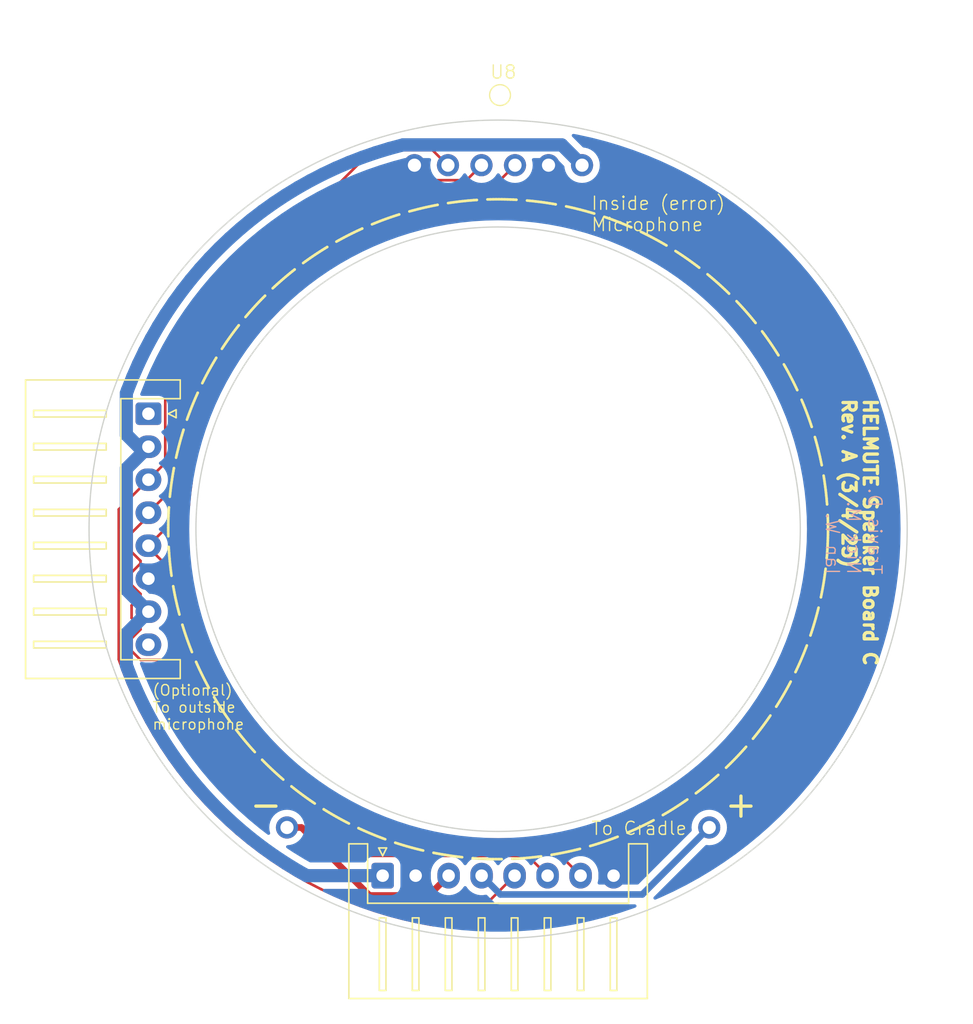
<source format=kicad_pcb>
(kicad_pcb (version 20240108) (generator "pcbnew") (generator_version "8.0")
  (layers (0 "F.Cu" signal) (31 "B.Cu" signal) (34 "B.Paste" user) (35 "F.Paste" user) (36 "B.SilkS" user "B.Silkscreen") (37 "F.SilkS" user "F.Silkscreen") (38 "B.Mask" user) (39 "F.Mask" user) (44 "Edge.Cuts" user))
  (net 0 "")
  (net 1 "/RightSpeakerAndMic/Spk+")
  (net 2 "/RightSpeakerAndMic/GND_SPK")
  (net 3 "/RightSpeakerAndMic/Spk-")
  (net 4 "/RightSpeakerAndMic/LRCLK")
  (net 5 "/RightSpeakerAndMic/DOUT")
  (net 6 "/RightSpeakerAndMic/BCLK")
  (net 7 "/RightSpeakerAndMic/3V3_SPK")
  (footprint "Connector_JST:JST_XH_S8B-XH-A_1x08_P2.50mm_Horizontal" (layer "F.Cu") (at 121.995259 42.247629 -90)
    (property "Reference" "J7" (hide yes))
    (property "Value" "Conn_01x08_Socket")
    (fp_line (start -2.56 9.31) (end -2.56 -2.41) (stroke (width 0.12)) (layer "F.SilkS"))
    (fp_line (start 8.75 9.31) (end -2.56 9.31) (stroke (width 0.12)) (layer "F.SilkS"))
    (fp_line (start 8.75 9.31) (end 20.06 9.31) (stroke (width 0.12)) (layer "F.SilkS"))
    (fp_line (start 20.06 9.31) (end 20.06 -2.41) (stroke (width 0.12)) (layer "F.SilkS"))
    (fp_line (start -0.25 8.7) (end 0.25 8.7) (stroke (width 0.12)) (layer "F.SilkS"))
    (fp_line (start 0.25 8.7) (end 0.25 3.2) (stroke (width 0.12)) (layer "F.SilkS"))
    (fp_line (start 2.25 8.7) (end 2.75 8.7) (stroke (width 0.12)) (layer "F.SilkS"))
    (fp_line (start 2.75 8.7) (end 2.75 3.2) (stroke (width 0.12)) (layer "F.SilkS"))
    (fp_line (start 4.75 8.7) (end 5.25 8.7) (stroke (width 0.12)) (layer "F.SilkS"))
    (fp_line (start 5.25 8.7) (end 5.25 3.2) (stroke (width 0.12)) (layer "F.SilkS"))
    (fp_line (start 7.25 8.7) (end 7.75 8.7) (stroke (width 0.12)) (layer "F.SilkS"))
    (fp_line (start 7.75 8.7) (end 7.75 3.2) (stroke (width 0.12)) (layer "F.SilkS"))
    (fp_line (start 9.75 8.7) (end 10.25 8.7) (stroke (width 0.12)) (layer "F.SilkS"))
    (fp_line (start 10.25 8.7) (end 10.25 3.2) (stroke (width 0.12)) (layer "F.SilkS"))
    (fp_line (start 12.25 8.7) (end 12.75 8.7) (stroke (width 0.12)) (layer "F.SilkS"))
    (fp_line (start 12.75 8.7) (end 12.75 3.2) (stroke (width 0.12)) (layer "F.SilkS"))
    (fp_line (start 14.75 8.7) (end 15.25 8.7) (stroke (width 0.12)) (layer "F.SilkS"))
    (fp_line (start 15.25 8.7) (end 15.25 3.2) (stroke (width 0.12)) (layer "F.SilkS"))
    (fp_line (start 17.25 8.7) (end 17.75 8.7) (stroke (width 0.12)) (layer "F.SilkS"))
    (fp_line (start 17.75 8.7) (end 17.75 3.2) (stroke (width 0.12)) (layer "F.SilkS"))
    (fp_line (start -0.25 3.2) (end -0.25 8.7) (stroke (width 0.12)) (layer "F.SilkS"))
    (fp_line (start 0.25 3.2) (end -0.25 3.2) (stroke (width 0.12)) (layer "F.SilkS"))
    (fp_line (start 2.25 3.2) (end 2.25 8.7) (stroke (width 0.12)) (layer "F.SilkS"))
    (fp_line (start 2.75 3.2) (end 2.25 3.2) (stroke (width 0.12)) (layer "F.SilkS"))
    (fp_line (start 4.75 3.2) (end 4.75 8.7) (stroke (width 0.12)) (layer "F.SilkS"))
    (fp_line (start 5.25 3.2) (end 4.75 3.2) (stroke (width 0.12)) (layer "F.SilkS"))
    (fp_line (start 7.25 3.2) (end 7.25 8.7) (stroke (width 0.12)) (layer "F.SilkS"))
    (fp_line (start 7.75 3.2) (end 7.25 3.2) (stroke (width 0.12)) (layer "F.SilkS"))
    (fp_line (start 9.75 3.2) (end 9.75 8.7) (stroke (width 0.12)) (layer "F.SilkS"))
    (fp_line (start 10.25 3.2) (end 9.75 3.2) (stroke (width 0.12)) (layer "F.SilkS"))
    (fp_line (start 12.25 3.2) (end 12.25 8.7) (stroke (width 0.12)) (layer "F.SilkS"))
    (fp_line (start 12.75 3.2) (end 12.25 3.2) (stroke (width 0.12)) (layer "F.SilkS"))
    (fp_line (start 14.75 3.2) (end 14.75 8.7) (stroke (width 0.12)) (layer "F.SilkS"))
    (fp_line (start 15.25 3.2) (end 14.75 3.2) (stroke (width 0.12)) (layer "F.SilkS"))
    (fp_line (start 17.25 3.2) (end 17.25 8.7) (stroke (width 0.12)) (layer "F.SilkS"))
    (fp_line (start 17.75 3.2) (end 17.25 3.2) (stroke (width 0.12)) (layer "F.SilkS"))
    (fp_line (start -1.14 2.09) (end 8.75 2.09) (stroke (width 0.12)) (layer "F.SilkS"))
    (fp_line (start 18.64 2.09) (end 8.75 2.09) (stroke (width 0.12)) (layer "F.SilkS"))
    (fp_line (start 0 -1.5) (end -0.3 -2.1) (stroke (width 0.12)) (layer "F.SilkS"))
    (fp_line (start -0.3 -2.1) (end 0.3 -2.1) (stroke (width 0.12)) (layer "F.SilkS"))
    (fp_line (start 0.3 -2.1) (end 0 -1.5) (stroke (width 0.12)) (layer "F.SilkS"))
    (fp_line (start -2.56 -2.41) (end -1.14 -2.41) (stroke (width 0.12)) (layer "F.SilkS"))
    (fp_line (start -1.14 -2.41) (end -1.14 2.09) (stroke (width 0.12)) (layer "F.SilkS"))
    (fp_line (start 18.64 -2.41) (end 18.64 2.09) (stroke (width 0.12)) (layer "F.SilkS"))
    (fp_line (start 20.06 -2.41) (end 18.64 -2.41) (stroke (width 0.12)) (layer "F.SilkS"))
    (pad "1" thru_hole roundrect (at 0 0 270) (size 1.7 1.95) (drill 0.95) (layers "*.Cu" "*.Mask") (roundrect_rratio 0.147059))
    (pad "2" thru_hole oval (at 2.5 0 270) (size 1.7 1.95) (drill 0.95) (layers "*.Cu" "*.Mask") (net 7 "/RightSpeakerAndMic/3V3_SPK"))
    (pad "3" thru_hole oval (at 5 0 270) (size 1.7 1.95) (drill 0.95) (layers "*.Cu" "*.Mask") (net 4 "/RightSpeakerAndMic/LRCLK"))
    (pad "4" thru_hole oval (at 7.5 0 270) (size 1.7 1.95) (drill 0.95) (layers "*.Cu" "*.Mask") (net 5 "/RightSpeakerAndMic/DOUT"))
    (pad "5" thru_hole oval (at 10 0 270) (size 1.7 1.95) (drill 0.95) (layers "*.Cu" "*.Mask") (net 6 "/RightSpeakerAndMic/BCLK"))
    (pad "6" thru_hole oval (at 12.5 0 270) (size 1.7 1.95) (drill 0.95) (layers "*.Cu" "*.Mask") (net 2 "/RightSpeakerAndMic/GND_SPK"))
    (pad "7" thru_hole oval (at 15 0 270) (size 1.7 1.95) (drill 0.95) (layers "*.Cu" "*.Mask") (net 7 "/RightSpeakerAndMic/3V3_SPK"))
    (pad "8" thru_hole oval (at 17.5 0 270) (size 1.7 1.95) (drill 0.95) (layers "*.Cu" "*.Mask"))
  )
  (footprint "Helmute:I2S SPK0415HM4H" (layer "F.Cu") (at 149.140328 19.605908)
    (property "Reference" "U8" (at -0.25 -3.25 0) (layer "F.SilkS") (effects (font (thickness 0.1))))
    (property "Value" "I2S MEMS Mic SPH0645")
    (fp_circle (center -0.5 -1.5) (end 0.25 -1.75) (stroke (width 0.1)) (fill none) (layer "F.SilkS"))
    (pad "1" thru_hole circle (at -6.985 3.81 90) (size 1.6764 1.6764) (drill 1) (layers "*.Cu" "*.Mask") (net 2 "/RightSpeakerAndMic/GND_SPK"))
    (pad "2" thru_hole circle (at -4.445 3.81 90) (size 1.6764 1.6764) (drill 1) (layers "*.Cu" "*.Mask") (net 4 "/RightSpeakerAndMic/LRCLK"))
    (pad "3" thru_hole circle (at -1.905 3.81 90) (size 1.6764 1.6764) (drill 1) (layers "*.Cu" "*.Mask") (net 5 "/RightSpeakerAndMic/DOUT"))
    (pad "4" thru_hole circle (at 0.635 3.81 90) (size 1.6764 1.6764) (drill 1) (layers "*.Cu" "*.Mask") (net 6 "/RightSpeakerAndMic/BCLK"))
    (pad "5" thru_hole circle (at 3.175 3.81 90) (size 1.6764 1.6764) (drill 1) (layers "*.Cu" "*.Mask") (net 2 "/RightSpeakerAndMic/GND_SPK"))
    (pad "6" thru_hole circle (at 5.715 3.81 270) (size 1.6764 1.6764) (drill 1) (layers "*.Cu" "*.Mask") (net 7 "/RightSpeakerAndMic/3V3_SPK"))
  )
  (footprint "Connector_JST:JST_XH_S8B-XH-A_1x08_P2.50mm_Horizontal" (layer "F.Cu") (at 139.745259 77.247629)
    (property "Reference" "J5" (hide yes))
    (property "Value" "Conn_01x08_Pin")
    (fp_line (start -2.56 -2.41) (end -1.14 -2.41) (stroke (width 0.12)) (layer "F.SilkS"))
    (fp_line (start -2.56 9.31) (end -2.56 -2.41) (stroke (width 0.12)) (layer "F.SilkS"))
    (fp_line (start -1.14 -2.41) (end -1.14 2.09) (stroke (width 0.12)) (layer "F.SilkS"))
    (fp_line (start -1.14 2.09) (end 8.75 2.09) (stroke (width 0.12)) (layer "F.SilkS"))
    (fp_line (start -0.3 -2.1) (end 0.3 -2.1) (stroke (width 0.12)) (layer "F.SilkS"))
    (fp_line (start -0.25 3.2) (end -0.25 8.7) (stroke (width 0.12)) (layer "F.SilkS"))
    (fp_line (start -0.25 8.7) (end 0.25 8.7) (stroke (width 0.12)) (layer "F.SilkS"))
    (fp_line (start 0 -1.5) (end -0.3 -2.1) (stroke (width 0.12)) (layer "F.SilkS"))
    (fp_line (start 0.25 3.2) (end -0.25 3.2) (stroke (width 0.12)) (layer "F.SilkS"))
    (fp_line (start 0.25 8.7) (end 0.25 3.2) (stroke (width 0.12)) (layer "F.SilkS"))
    (fp_line (start 0.3 -2.1) (end 0 -1.5) (stroke (width 0.12)) (layer "F.SilkS"))
    (fp_line (start 2.25 3.2) (end 2.25 8.7) (stroke (width 0.12)) (layer "F.SilkS"))
    (fp_line (start 2.25 8.7) (end 2.75 8.7) (stroke (width 0.12)) (layer "F.SilkS"))
    (fp_line (start 2.75 3.2) (end 2.25 3.2) (stroke (width 0.12)) (layer "F.SilkS"))
    (fp_line (start 2.75 8.7) (end 2.75 3.2) (stroke (width 0.12)) (layer "F.SilkS"))
    (fp_line (start 4.75 3.2) (end 4.75 8.7) (stroke (width 0.12)) (layer "F.SilkS"))
    (fp_line (start 4.75 8.7) (end 5.25 8.7) (stroke (width 0.12)) (layer "F.SilkS"))
    (fp_line (start 5.25 3.2) (end 4.75 3.2) (stroke (width 0.12)) (layer "F.SilkS"))
    (fp_line (start 5.25 8.7) (end 5.25 3.2) (stroke (width 0.12)) (layer "F.SilkS"))
    (fp_line (start 7.25 3.2) (end 7.25 8.7) (stroke (width 0.12)) (layer "F.SilkS"))
    (fp_line (start 7.25 8.7) (end 7.75 8.7) (stroke (width 0.12)) (layer "F.SilkS"))
    (fp_line (start 7.75 3.2) (end 7.25 3.2) (stroke (width 0.12)) (layer "F.SilkS"))
    (fp_line (start 7.75 8.7) (end 7.75 3.2) (stroke (width 0.12)) (layer "F.SilkS"))
    (fp_line (start 8.75 9.31) (end -2.56 9.31) (stroke (width 0.12)) (layer "F.SilkS"))
    (fp_line (start 8.75 9.31) (end 20.06 9.31) (stroke (width 0.12)) (layer "F.SilkS"))
    (fp_line (start 9.75 3.2) (end 9.75 8.7) (stroke (width 0.12)) (layer "F.SilkS"))
    (fp_line (start 9.75 8.7) (end 10.25 8.7) (stroke (width 0.12)) (layer "F.SilkS"))
    (fp_line (start 10.25 3.2) (end 9.75 3.2) (stroke (width 0.12)) (layer "F.SilkS"))
    (fp_line (start 10.25 8.7) (end 10.25 3.2) (stroke (width 0.12)) (layer "F.SilkS"))
    (fp_line (start 12.25 3.2) (end 12.25 8.7) (stroke (width 0.12)) (layer "F.SilkS"))
    (fp_line (start 12.25 8.7) (end 12.75 8.7) (stroke (width 0.12)) (layer "F.SilkS"))
    (fp_line (start 12.75 3.2) (end 12.25 3.2) (stroke (width 0.12)) (layer "F.SilkS"))
    (fp_line (start 12.75 8.7) (end 12.75 3.2) (stroke (width 0.12)) (layer "F.SilkS"))
    (fp_line (start 14.75 3.2) (end 14.75 8.7) (stroke (width 0.12)) (layer "F.SilkS"))
    (fp_line (start 14.75 8.7) (end 15.25 8.7) (stroke (width 0.12)) (layer "F.SilkS"))
    (fp_line (start 15.25 3.2) (end 14.75 3.2) (stroke (width 0.12)) (layer "F.SilkS"))
    (fp_line (start 15.25 8.7) (end 15.25 3.2) (stroke (width 0.12)) (layer "F.SilkS"))
    (fp_line (start 17.25 3.2) (end 17.25 8.7) (stroke (width 0.12)) (layer "F.SilkS"))
    (fp_line (start 17.25 8.7) (end 17.75 8.7) (stroke (width 0.12)) (layer "F.SilkS"))
    (fp_line (start 17.75 3.2) (end 17.25 3.2) (stroke (width 0.12)) (layer "F.SilkS"))
    (fp_line (start 17.75 8.7) (end 17.75 3.2) (stroke (width 0.12)) (layer "F.SilkS"))
    (fp_line (start 18.64 -2.41) (end 18.64 2.09) (stroke (width 0.12)) (layer "F.SilkS"))
    (fp_line (start 18.64 2.09) (end 8.75 2.09) (stroke (width 0.12)) (layer "F.SilkS"))
    (fp_line (start 20.06 -2.41) (end 18.64 -2.41) (stroke (width 0.12)) (layer "F.SilkS"))
    (fp_line (start 20.06 9.31) (end 20.06 -2.41) (stroke (width 0.12)) (layer "F.SilkS"))
    (pad "1" thru_hole roundrect (at 0 0) (size 1.7 1.95) (drill 0.95) (layers "*.Cu" "*.Mask") (roundrect_rratio 0.147059) (net 7 "/RightSpeakerAndMic/3V3_SPK"))
    (pad "2" thru_hole oval (at 2.5 0) (size 1.7 1.95) (drill 0.95) (layers "*.Cu" "*.Mask") (net 2 "/RightSpeakerAndMic/GND_SPK"))
    (pad "3" thru_hole oval (at 5 0) (size 1.7 1.95) (drill 0.95) (layers "*.Cu" "*.Mask") (net 3 "/RightSpeakerAndMic/Spk-"))
    (pad "4" thru_hole oval (at 7.5 0) (size 1.7 1.95) (drill 0.95) (layers "*.Cu" "*.Mask") (net 1 "/RightSpeakerAndMic/Spk+"))
    (pad "5" thru_hole oval (at 10 0) (size 1.7 1.95) (drill 0.95) (layers "*.Cu" "*.Mask") (net 4 "/RightSpeakerAndMic/LRCLK"))
    (pad "6" thru_hole oval (at 12.5 0) (size 1.7 1.95) (drill 0.95) (layers "*.Cu" "*.Mask") (net 5 "/RightSpeakerAndMic/DOUT"))
    (pad "7" thru_hole oval (at 15 0) (size 1.7 1.95) (drill 0.95) (layers "*.Cu" "*.Mask") (net 6 "/RightSpeakerAndMic/BCLK"))
    (pad "8" thru_hole oval (at 17.5 0) (size 1.7 1.95) (drill 0.95) (layers "*.Cu" "*.Mask") (net 2 "/RightSpeakerAndMic/GND_SPK"))
  )
  (footprint "Helmute:SpeakerConnections" (layer "F.Cu") (at 132.495259 73.597629)
    (property "Reference" "LS1" (hide yes))
    (property "Value" "Speaker")
    (pad "1" thru_hole circle (at 0 0 270) (size 1.6764 1.6764) (drill 1) (layers "*.Cu" "*.Mask") (net 3 "/RightSpeakerAndMic/Spk-"))
    (pad "2" thru_hole circle (at 32 0 270) (size 1.6764 1.6764) (drill 1) (layers "*.Cu" "*.Mask") (net 1 "/RightSpeakerAndMic/Spk+"))
  )
  (footprint "PCM_kikit:Board" (layer "F.Cu") (at 136.722307 22.328168)
    (property "Reference" "B2")
    (property "Value" "Board")
  )
  (gr_circle (center 148.495259 50.997629) (end 173.495259 50.997629) (stroke (width 0.2) (type dash)) (fill none) (layer "F.SilkS"))
  (gr_circle (center 148.495259 50.997628) (end 179.495259 50.997628) (stroke (width 0.1)) (fill none) (layer "Edge.Cuts"))
  (gr_circle (center 148.495258 50.997629) (end 171.395258 50.997629) (stroke (width 0.1)) (fill none) (layer "Edge.Cuts"))
  (gr_text "Travis D.\nNick M.\nIan W." (at 173.245259 54.497629 -90) (layer "B.SilkS") (effects (font (size 1 1) (thickness 0.1)) (justify left bottom mirror)))
  (gr_text "Inside (error)\nMicrophone" (at 155.495259 28.497629 0) (layer "F.SilkS") (effects (font (size 1 1) (thickness 0.1)) (justify left bottom)))
  (gr_text "(Optional)\nTo outside\nmicrophone" (at 122.245259 66.247629 0) (layer "F.SilkS") (effects (font (size 0.8 0.8) (thickness 0.1)) (justify left bottom)))
  (gr_text "-" (at 129.495259 72.997629 0) (layer "F.SilkS") (effects (font (size 2 2) (thickness 0.25)) (justify left bottom)))
  (gr_text "+" (at 165.495259 72.997629 0) (layer "F.SilkS") (effects (font (size 2 2) (thickness 0.25) (bold yes)) (justify left bottom)))
  (gr_text "HELMUTE Speaker Board C\nRev. A (3/4/25)" (at 174.495259 40.997629 -90) (layer "F.SilkS") (effects (font (size 1 1) (thickness 0.25) (bold yes)) (justify left bottom)))
  (gr_text "To Cradle" (at 155.495259 74.247629 0) (layer "F.SilkS") (effects (font (size 1 1) (thickness 0.1)) (justify left bottom)))
  (segment (start 148.670259 78.672629) (end 147.245259 77.247629) (width 0.5) (layer "B.Cu") (net 1))
  (segment (start 164.495259 73.597629) (end 159.420259 78.672629) (width 0.5) (layer "B.Cu") (net 1))
  (segment (start 159.420259 78.672629) (end 148.670259 78.672629) (width 0.5) (layer "B.Cu") (net 1))
  (segment (start 143.245259 78.747629) (end 144.745259 77.247629) (width 0.5) (layer "F.Cu") (net 3))
  (segment (start 138.745259 78.747629) (end 143.245259 78.747629) (width 0.5) (layer "F.Cu") (net 3))
  (segment (start 132.495259 73.597629) (end 133.595259 73.597629) (width 0.5) (layer "F.Cu") (net 3))
  (segment (start 133.595259 73.597629) (end 138.745259 78.747629) (width 0.5) (layer "F.Cu") (net 3))
  (segment (start 119.745259 49.497629) (end 121.995259 47.247629) (width 0.2) (layer "F.Cu") (net 4))
  (segment (start 143.619682 80.997629) (end 143.336283 80.954046) (width 0.2) (layer "F.Cu") (net 4))
  (segment (start 143.336283 80.954046) (end 142.264255 80.749546) (width 0.2) (layer "F.Cu") (net 4))
  (segment (start 122.977121 67.515092) (end 122.400642 66.588424) (width 0.2) (layer "F.Cu") (net 4))
  (segment (start 133.139315 77.231136) (end 132.207516 76.663002) (width 0.2) (layer "F.Cu") (net 4))
  (segment (start 124.227928 69.303328) (end 123.586478 68.420447) (width 0.2) (layer "F.Cu") (net 4))
  (segment (start 131.296716 76.061788) (end 130.408106 75.428282) (width 0.2) (layer "F.Cu") (net 4))
  (segment (start 122.400642 66.588424) (end 121.857814 65.641687) (width 0.2) (layer "F.Cu") (net 4))
  (segment (start 120.437898 62.693202) (end 120.245259 62.206652) (width 0.2) (layer "F.Cu") (net 4))
  (segment (start 128.701904 74.067632) (end 127.886547 73.342269) (width 0.2) (layer "F.Cu") (net 4))
  (segment (start 123.586478 68.420447) (end 122.977121 67.515092) (width 0.2) (layer "F.Cu") (net 4))
  (segment (start 141.200326 80.506711) (end 140.14575 80.225829) (width 0.2) (layer "F.Cu") (net 4))
  (segment (start 132.207516 76.663002) (end 131.296716 76.061788) (width 0.2) (layer "F.Cu") (net 4))
  (segment (start 121.857814 65.641687) (end 121.349317 64.676071) (width 0.2) (layer "F.Cu") (net 4))
  (segment (start 120.245259 62.206652) (end 120.03615 61.678504) (width 0.2) (layer "F.Cu") (net 4))
  (segment (start 120.875811 63.692825) (end 120.437898 62.693202) (width 0.2) (layer "F.Cu") (net 4))
  (segment (start 125.603836 70.997247) (end 124.9007 70.162669) (width 0.2) (layer "F.Cu") (net 4))
  (segment (start 129.542785 74.76327) (end 128.701904 74.067632) (width 0.2) (layer "F.Cu") (net 4))
  (segment (start 135.061049 78.265265) (end 134.090877 77.76544) (width 0.2) (layer "F.Cu") (net 4))
  (segment (start 120.03615 61.678504) (end 119.745259 60.859001) (width 0.2) (layer "F.Cu") (net 4))
  (segment (start 144.695328 23.415908) (end 144.663538 23.415908) (width 0.2) (layer "F.Cu") (net 4))
  (segment (start 137.551612 79.351481) (end 137.051996 79.158838) (width 0.2) (layer "F.Cu") (net 4))
  (segment (start 123.270259 45.972629) (end 121.995259 47.247629) (width 0.2) (layer "F.Cu") (net 4))
  (segment (start 143.525338 22.277708) (end 138.96518 22.277708) (width 0.2) (layer "F.Cu") (net 4))
  (segment (start 123.270259 37.972629) (end 123.270259 45.972629) (width 0.2) (layer "F.Cu") (net 4))
  (segment (start 124.9007 70.162669) (end 124.227928 69.303328) (width 0.2) (layer "F.Cu") (net 4))
  (segment (start 144.663538 23.415908) (end 143.525338 22.277708) (width 0.2) (layer "F.Cu") (net 4))
  (segment (start 138.070256 79.551461) (end 137.551612 79.351481) (width 0.2) (layer "F.Cu") (net 4))
  (segment (start 119.745259 60.859001) (end 119.745259 49.497629) (width 0.2) (layer "F.Cu") (net 4))
  (segment (start 127.886547 73.342269) (end 127.097735 72.588088) (width 0.2) (layer "F.Cu") (net 4))
  (segment (start 126.336506 71.806078) (end 125.603836 70.997247) (width 0.2) (layer "F.Cu") (net 4))
  (segment (start 145.995259 80.997629) (end 143.619682 80.997629) (width 0.2) (layer "F.Cu") (net 4))
  (segment (start 130.408106 75.428282) (end 129.542785 74.76327) (width 0.2) (layer "F.Cu") (net 4))
  (segment (start 140.14575 80.225829) (end 139.101925 79.907268) (width 0.2) (layer "F.Cu") (net 4))
  (segment (start 121.349317 64.676071) (end 120.875811 63.692825) (width 0.2) (layer "F.Cu") (net 4))
  (segment (start 127.097735 72.588088) (end 126.336506 71.806078) (width 0.2) (layer "F.Cu") (net 4))
  (segment (start 149.745259 77.247629) (end 145.995259 80.997629) (width 0.2) (layer "F.Cu") (net 4))
  (segment (start 137.051996 79.158838) (end 136.048487 78.729918) (width 0.2) (layer "F.Cu") (net 4))
  (segment (start 136.048487 78.729918) (end 135.061049 78.265265) (width 0.2) (layer "F.Cu") (net 4))
  (segment (start 139.101925 79.907268) (end 138.070256 79.551461) (width 0.2) (layer "F.Cu") (net 4))
  (segment (start 142.264255 80.749546) (end 141.200326 80.506711) (width 0.2) (layer "F.Cu") (net 4))
  (segment (start 134.090877 77.76544) (end 133.139315 77.231136) (width 0.2) (layer "F.Cu") (net 4))
  (segment (start 138.96518 22.277708) (end 123.270259 37.972629) (width 0.2) (layer "F.Cu") (net 4))
  (segment (start 120.720259 60.223975) (end 121.393913 60.897629) (width 0.2) (layer "F.Cu") (net 5))
  (segment (start 147.235328 23.415908) (end 146.097128 24.554108) (width 0.2) (layer "F.Cu") (net 5))
  (segment (start 150.745259 75.747629) (end 152.245259 77.247629) (width 0.2) (layer "F.Cu") (net 5))
  (segment (start 121.995259 49.747629) (end 121.995259 49.997629) (width 0.2) (layer "F.Cu") (net 5))
  (segment (start 121.393913 55.897629) (end 121.393913 56.097629) (width 0.2) (layer "F.Cu") (net 5))
  (segment (start 139.18878 24.554108) (end 124.245259 39.497629) (width 0.2) (layer "F.Cu") (net 5))
  (segment (start 146.097128 24.554108) (end 139.18878 24.554108) (width 0.2) (layer "F.Cu") (net 5))
  (segment (start 124.245259 39.497629) (end 124.245259 47.497629) (width 0.2) (layer "F.Cu") (net 5))
  (segment (start 123.020259 60.897629) (end 137.870259 75.747629) (width 0.2) (layer "F.Cu") (net 5))
  (segment (start 121.393913 56.097629) (end 120.720259 56.771283) (width 0.2) (layer "F.Cu") (net 5))
  (segment (start 124.245259 47.497629) (end 121.995259 49.747629) (width 0.2) (layer "F.Cu") (net 5))
  (segment (start 121.393913 58.597629) (end 120.720259 59.271283) (width 0.2) (layer "F.Cu") (net 5))
  (segment (start 121.393913 58.397629) (end 121.393913 58.597629) (width 0.2) (layer "F.Cu") (net 5))
  (segment (start 120.720259 52.723975) (end 121.393913 53.397629) (width 0.2) (layer "F.Cu") (net 5))
  (segment (start 120.720259 57.723975) (end 121.393913 58.397629) (width 0.2) (layer "F.Cu") (net 5))
  (segment (start 121.393913 60.897629) (end 123.020259 60.897629) (width 0.2) (layer "F.Cu") (net 5))
  (segment (start 120.720259 54.271283) (end 120.720259 55.223975) (width 0.2) (layer "F.Cu") (net 5))
  (segment (start 121.995259 49.997629) (end 120.720259 51.272629) (width 0.2) (layer "F.Cu") (net 5))
  (segment (start 120.720259 59.271283) (end 120.720259 60.223975) (width 0.2) (layer "F.Cu") (net 5))
  (segment (start 121.393913 53.597629) (end 120.720259 54.271283) (width 0.2) (layer "F.Cu") (net 5))
  (segment (start 120.720259 55.223975) (end 121.393913 55.897629) (width 0.2) (layer "F.Cu") (net 5))
  (segment (start 120.720259 56.771283) (end 120.720259 57.723975) (width 0.2) (layer "F.Cu") (net 5))
  (segment (start 121.393913 53.397629) (end 121.393913 53.597629) (width 0.2) (layer "F.Cu") (net 5))
  (segment (start 137.870259 75.747629) (end 150.745259 75.747629) (width 0.2) (layer "F.Cu") (net 5))
  (segment (start 120.720259 51.272629) (end 120.720259 52.723975) (width 0.2) (layer "F.Cu") (net 5))
  (segment (start 124.245259 54.622629) (end 124.245259 59.990636) (width 0.2) (layer "F.Cu") (net 6))
  (segment (start 125.245259 47.531266) (end 125.2398 47.563542) (width 0.2) (layer "F.Cu") (net 6))
  (segment (start 125.116392 48.540418) (end 125.062666 49.180222) (width 0.2) (layer "F.Cu") (net 6))
  (segment (start 139.995259 26.247629) (end 125.245259 40.997629) (width 0.2) (layer "F.Cu") (net 6))
  (segment (start 138.759896 74.505273) (end 152.002903 74.505273) (width 0.2) (layer "F.Cu") (net 6))
  (segment (start 149.775328 23.415908) (end 146.943607 26.247629) (width 0.2) (layer "F.Cu") (net 6))
  (segment (start 125.2398 47.563542) (end 125.116392 48.540418) (width 0.2) (layer "F.Cu") (net 6))
  (segment (start 121.995259 52.372629) (end 124.245259 54.622629) (width 0.2) (layer "F.Cu") (net 6))
  (segment (start 121.995259 52.247629) (end 121.995259 52.372629) (width 0.2) (layer "F.Cu") (net 6))
  (segment (start 152.002903 74.505273) (end 154.745259 77.247629) (width 0.2) (layer "F.Cu") (net 6))
  (segment (start 124.245259 59.990636) (end 138.759896 74.505273) (width 0.2) (layer "F.Cu") (net 6))
  (segment (start 125.062666 49.180222) (end 121.995259 52.247629) (width 0.2) (layer "F.Cu") (net 6))
  (segment (start 146.943607 26.247629) (end 139.995259 26.247629) (width 0.2) (layer "F.Cu") (net 6))
  (segment (start 125.245259 40.997629) (end 125.245259 47.531266) (width 0.2) (layer "F.Cu") (net 6))
  (segment (start 122.208391 65.448953) (end 122.744074 66.383227) (width 1) (layer "B.Cu") (net 7))
  (segment (start 130.646123 26.888533) (end 129.792238 27.544757) (width 1) (layer "B.Cu") (net 7))
  (segment (start 124.547331 32.93283) (end 123.914311 33.804108) (width 1) (layer "B.Cu") (net 7))
  (segment (start 137.202604 23.207052) (end 136.21231 23.630324) (width 1) (layer "B.Cu") (net 7))
  (segment (start 120.807162 62.539268) (end 121.239309 63.525732) (width 1) (layer "B.Cu") (net 7))
  (segment (start 129.792238 27.544757) (end 128.962405 28.231256) (width 1) (layer "B.Cu") (net 7))
  (segment (start 125.905128 31.261212) (end 125.211203 32.084858) (width 1) (layer "B.Cu") (net 7))
  (segment (start 125.211203 32.084858) (end 124.547331 32.93283) (width 1) (layer "B.Cu") (net 7))
  (segment (start 126.62814 30.463043) (end 125.905128 31.261212) (width 1) (layer "B.Cu") (net 7))
  (segment (start 121.239309 38.469526) (end 120.807162 39.45599) (width 1) (layer "B.Cu") (net 7))
  (segment (start 121.245259 44.747629) (end 121.995259 44.747629) (width 1) (layer "B.Cu") (net 7))
  (segment (start 120.410704 40.457327) (end 120.320259 40.71213) (width 1) (layer "B.Cu") (net 7))
  (segment (start 134.280458 24.582112) (end 133.341402 25.109393) (width 1) (layer "B.Cu") (net 7))
  (segment (start 121.239309 63.525732) (end 121.706596 64.496062) (width 1) (layer "B.Cu") (net 7))
  (segment (start 129.792238 74.450501) (end 130.646123 75.106725) (width 1) (layer "B.Cu") (net 7))
  (segment (start 122.744074 66.383227) (end 123.31296 67.29769) (width 1) (layer "B.Cu") (net 7))
  (segment (start 133.341402 76.885865) (end 133.985682 77.247629) (width 1) (layer "B.Cu") (net 7))
  (segment (start 122.744074 35.612031) (end 122.208391 36.546305) (width 1) (layer "B.Cu") (net 7))
  (segment (start 133.985682 77.247629) (end 139.745259 77.247629) (width 1) (layer "B.Cu") (net 7))
  (segment (start 121.706596 37.499196) (end 121.239309 38.469526) (width 1) (layer "B.Cu") (net 7))
  (segment (start 135.237853 24.088869) (end 134.280458 24.582112) (width 1) (layer "B.Cu") (net 7))
  (segment (start 138.207441 22.819606) (end 137.202604 23.207052) (width 1) (layer "B.Cu") (net 7))
  (segment (start 131.523088 75.731928) (end 132.421889 76.325221) (width 1) (layer "B.Cu") (net 7))
  (segment (start 120.320259 61.283128) (end 120.410704 61.537931) (width 1) (layer "B.Cu") (net 7))
  (segment (start 123.31296 34.697568) (end 122.744074 35.612031) (width 1) (layer "B.Cu") (net 7))
  (segment (start 125.211203 69.9104) (end 125.905128 70.734046) (width 1) (layer "B.Cu") (net 7))
  (segment (start 131.523088 26.26333) (end 130.646123 26.888533) (width 1) (layer "B.Cu") (net 7))
  (segment (start 124.547331 69.062428) (end 125.211203 69.9104) (width 1) (layer "B.Cu") (net 7))
  (segment (start 120.320259 46.422629) (end 121.995259 44.747629) (width 1) (layer "B.Cu") (net 7))
  (segment (start 128.15778 28.947071) (end 127.379349 29.691327) (width 1) (layer "B.Cu") (net 7))
  (segment (start 139.225571 22.468468) (end 138.207441 22.819606) (width 1) (layer "B.Cu") (net 7))
  (segment (start 120.807162 39.45599) (end 120.410704 40.457327) (width 1) (layer "B.Cu") (net 7))
  (segment (start 126.62814 71.532215) (end 127.379349 72.303931) (width 1) (layer "B.Cu") (net 7))
  (segment (start 123.31296 67.29769) (end 123.914311 68.19115) (width 1) (layer "B.Cu") (net 7))
  (segment (start 123.914311 68.19115) (end 124.547331 69.062428) (width 1) (layer "B.Cu") (net 7))
  (segment (start 120.320259 40.71213) (end 120.320259 43.822629) (width 1) (layer "B.Cu") (net 7))
  (segment (start 122.208391 36.546305) (end 121.706596 37.499196) (width 1) (layer "B.Cu") (net 7))
  (segment (start 154.855328 23.415908) (end 153.316349 21.876929) (width 1) (layer "B.Cu") (net 7))
  (segment (start 133.341402 25.109393) (end 132.421889 25.670037) (width 1) (layer "B.Cu") (net 7))
  (segment (start 120.320259 43.822629) (end 121.245259 44.747629) (width 1) (layer "B.Cu") (net 7))
  (segment (start 121.995259 57.247629) (end 120.320259 58.922629) (width 1) (layer "B.Cu") (net 7))
  (segment (start 123.914311 33.804108) (end 123.31296 34.697568) (width 1) (layer "B.Cu") (net 7))
  (segment (start 120.410704 61.537931) (end 120.807162 62.539268) (width 1) (layer "B.Cu") (net 7))
  (segment (start 128.15778 73.048187) (end 128.962405 73.764002) (width 1) (layer "B.Cu") (net 7))
  (segment (start 132.421889 25.670037) (end 131.523088 26.26333) (width 1) (layer "B.Cu") (net 7))
  (segment (start 120.320259 55.572629) (end 120.320259 46.422629) (width 1) (layer "B.Cu") (net 7))
  (segment (start 136.21231 23.630324) (end 135.237853 24.088869) (width 1) (layer "B.Cu") (net 7))
  (segment (start 153.316349 21.876929) (end 141.296299 21.876929) (width 1) (layer "B.Cu") (net 7))
  (segment (start 121.706596 64.496062) (end 122.208391 65.448953) (width 1) (layer "B.Cu") (net 7))
  (segment (start 127.379349 72.303931) (end 128.15778 73.048187) (width 1) (layer "B.Cu") (net 7))
  (segment (start 125.905128 70.734046) (end 126.62814 71.532215) (width 1) (layer "B.Cu") (net 7))
  (segment (start 130.646123 75.106725) (end 131.523088 75.731928) (width 1) (layer "B.Cu") (net 7))
  (segment (start 120.320259 58.922629) (end 120.320259 61.283128) (width 1) (layer "B.Cu") (net 7))
  (segment (start 128.962405 73.764002) (end 129.792238 74.450501) (width 1) (layer "B.Cu") (net 7))
  (segment (start 140.255651 22.154102) (end 139.225571 22.468468) (width 1) (layer "B.Cu") (net 7))
  (segment (start 141.296299 21.876929) (end 140.255651 22.154102) (width 1) (layer "B.Cu") (net 7))
  (segment (start 132.421889 76.325221) (end 133.341402 76.885865) (width 1) (layer "B.Cu") (net 7))
  (segment (start 121.995259 57.247629) (end 120.320259 55.572629) (width 1) (layer "B.Cu") (net 7))
  (segment (start 127.379349 29.691327) (end 126.62814 30.463043) (width 1) (layer "B.Cu") (net 7))
  (segment (start 128.962405 28.231256) (end 128.15778 28.947071) (width 1) (layer "B.Cu") (net 7))
  (zone (net 2) (net_name "/RightSpeakerAndMic/GND_SPK") (layer "B.Cu") (priority 2) (connect_pads yes (clearance 0.5)) (min_thickness 0.25) (fill yes (thermal_gap 0.5) (thermal_bridge_width 0.5))
    (polygon (pts (xy 131.745259 21.247629) (xy 123.995259 27.747629) (xy 115.745259 39.497629) (xy 114.745259 47.747629) (xy 114.745259 55.747629) (xy 117.995259 67.997629) (xy 125.995259 75.997629) (xy 133.495259 81.997629) (xy 145.995259 84.997629) (xy 160.495259 84.997629) (xy 171.495259 79.997629) (xy 179.745259 69.747629) (xy 182.995259 59.247629) (xy 184.495259 46.997629) (xy 179.745259 36.497629) (xy 174.495259 29.497629) (xy 168.495259 22.247629) (xy 155.495259 18.997629) (xy 143.245259 17.997629)))
  )
)
</source>
